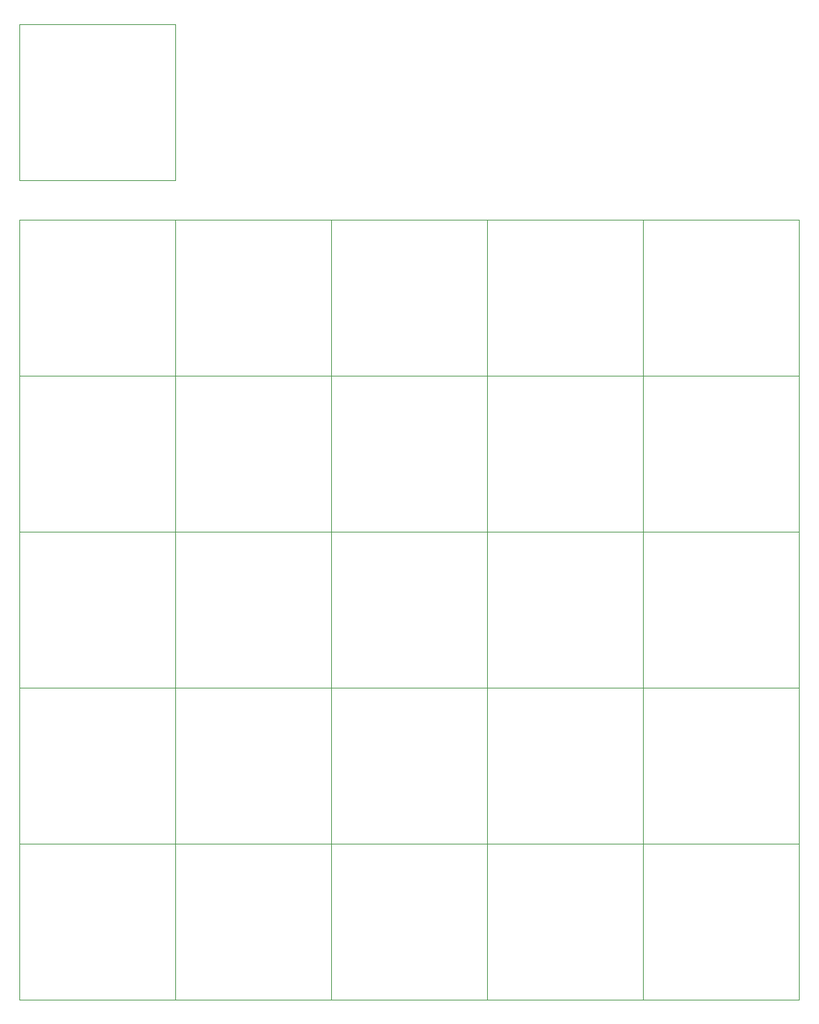
<source format=gbr>
%TF.GenerationSoftware,KiCad,Pcbnew,9.0.7*%
%TF.CreationDate,2026-02-27T02:53:57-05:00*%
%TF.ProjectId,Macropad,4d616372-6f70-4616-942e-6b696361645f,rev?*%
%TF.SameCoordinates,Original*%
%TF.FileFunction,Other,User*%
%FSLAX46Y46*%
G04 Gerber Fmt 4.6, Leading zero omitted, Abs format (unit mm)*
G04 Created by KiCad (PCBNEW 9.0.7) date 2026-02-27 02:53:57*
%MOMM*%
%LPD*%
G01*
G04 APERTURE LIST*
%ADD10C,0.050000*%
G04 APERTURE END LIST*
%TO.C,SW1*%
D10*
X0Y0D02*
X19050000Y0D01*
X19050000Y-19050000D01*
X0Y-19050000D01*
X0Y0D01*
%TO.C,SW2*%
X0Y-23812000D02*
X19050000Y-23812000D01*
X19050000Y-42862000D01*
X0Y-42862000D01*
X0Y-23812000D01*
%TO.C,SW3*%
X19050000Y-23812000D02*
X38100000Y-23812000D01*
X38100000Y-42862000D01*
X19050000Y-42862000D01*
X19050000Y-23812000D01*
%TO.C,SW4*%
X38100000Y-23812000D02*
X57150000Y-23812000D01*
X57150000Y-42862000D01*
X38100000Y-42862000D01*
X38100000Y-23812000D01*
%TO.C,SW5*%
X57150000Y-23812000D02*
X76200000Y-23812000D01*
X76200000Y-42862000D01*
X57150000Y-42862000D01*
X57150000Y-23812000D01*
%TO.C,SW6*%
X76200000Y-23812000D02*
X95250000Y-23812000D01*
X95250000Y-42862000D01*
X76200000Y-42862000D01*
X76200000Y-23812000D01*
%TO.C,SW7*%
X0Y-42863000D02*
X19050000Y-42863000D01*
X19050000Y-61913000D01*
X0Y-61913000D01*
X0Y-42863000D01*
%TO.C,SW8*%
X19050000Y-42863000D02*
X38100000Y-42863000D01*
X38100000Y-61913000D01*
X19050000Y-61913000D01*
X19050000Y-42863000D01*
%TO.C,SW9*%
X38100000Y-42863000D02*
X57150000Y-42863000D01*
X57150000Y-61913000D01*
X38100000Y-61913000D01*
X38100000Y-42863000D01*
%TO.C,SW10*%
X57150000Y-42863000D02*
X76200000Y-42863000D01*
X76200000Y-61913000D01*
X57150000Y-61913000D01*
X57150000Y-42863000D01*
%TO.C,SW11*%
X76200000Y-42863000D02*
X95250000Y-42863000D01*
X95250000Y-61913000D01*
X76200000Y-61913000D01*
X76200000Y-42863000D01*
%TO.C,SW12*%
X0Y-61913000D02*
X19050000Y-61913000D01*
X19050000Y-80963000D01*
X0Y-80963000D01*
X0Y-61913000D01*
%TO.C,SW13*%
X19050000Y-61913000D02*
X38100000Y-61913000D01*
X38100000Y-80963000D01*
X19050000Y-80963000D01*
X19050000Y-61913000D01*
%TO.C,SW14*%
X38100000Y-61913000D02*
X57150000Y-61913000D01*
X57150000Y-80963000D01*
X38100000Y-80963000D01*
X38100000Y-61913000D01*
%TO.C,SW15*%
X57150000Y-61913000D02*
X76200000Y-61913000D01*
X76200000Y-80963000D01*
X57150000Y-80963000D01*
X57150000Y-61913000D01*
%TO.C,SW16*%
X76200000Y-61913000D02*
X95250000Y-61913000D01*
X95250000Y-80963000D01*
X76200000Y-80963000D01*
X76200000Y-61913000D01*
%TO.C,SW17*%
X0Y-80962000D02*
X19050000Y-80962000D01*
X19050000Y-100012000D01*
X0Y-100012000D01*
X0Y-80962000D01*
%TO.C,SW18*%
X19050000Y-80962000D02*
X38100000Y-80962000D01*
X38100000Y-100012000D01*
X19050000Y-100012000D01*
X19050000Y-80962000D01*
%TO.C,SW19*%
X38100000Y-80962000D02*
X57150000Y-80962000D01*
X57150000Y-100012000D01*
X38100000Y-100012000D01*
X38100000Y-80962000D01*
%TO.C,SW20*%
X57150000Y-80962000D02*
X76200000Y-80962000D01*
X76200000Y-100012000D01*
X57150000Y-100012000D01*
X57150000Y-80962000D01*
%TO.C,SW21*%
X76200000Y-80962000D02*
X95250000Y-80962000D01*
X95250000Y-100012000D01*
X76200000Y-100012000D01*
X76200000Y-80962000D01*
%TO.C,SW22*%
X0Y-100013000D02*
X19050000Y-100013000D01*
X19050000Y-119063000D01*
X0Y-119063000D01*
X0Y-100013000D01*
%TO.C,SW23*%
X19050000Y-100013000D02*
X38100000Y-100013000D01*
X38100000Y-119063000D01*
X19050000Y-119063000D01*
X19050000Y-100013000D01*
%TO.C,SW24*%
X38100000Y-100013000D02*
X57150000Y-100013000D01*
X57150000Y-119063000D01*
X38100000Y-119063000D01*
X38100000Y-100013000D01*
%TO.C,SW25*%
X57150000Y-100013000D02*
X76200000Y-100013000D01*
X76200000Y-119063000D01*
X57150000Y-119063000D01*
X57150000Y-100013000D01*
%TO.C,SW26*%
X76200000Y-100013000D02*
X95250000Y-100013000D01*
X95250000Y-119063000D01*
X76200000Y-119063000D01*
X76200000Y-100013000D01*
%TD*%
M02*

</source>
